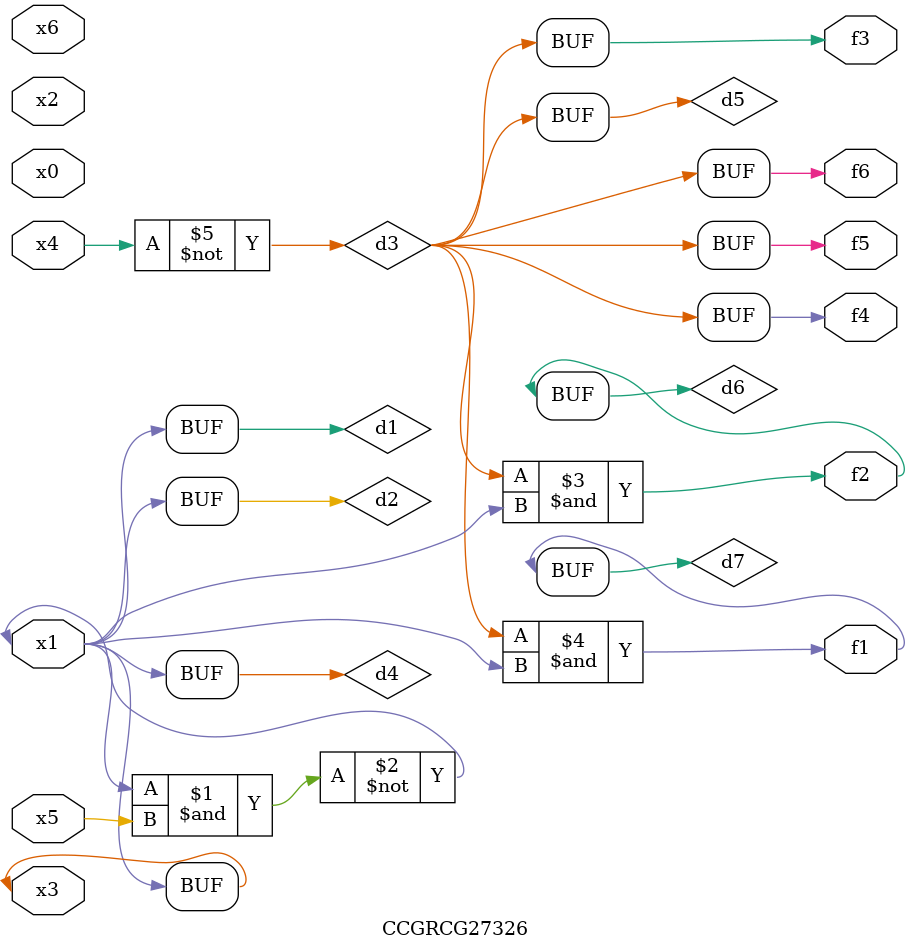
<source format=v>
module CCGRCG27326(
	input x0, x1, x2, x3, x4, x5, x6,
	output f1, f2, f3, f4, f5, f6
);

	wire d1, d2, d3, d4, d5, d6, d7;

	buf (d1, x1, x3);
	nand (d2, x1, x5);
	not (d3, x4);
	buf (d4, d1, d2);
	buf (d5, d3);
	and (d6, d3, d4);
	and (d7, d3, d4);
	assign f1 = d7;
	assign f2 = d6;
	assign f3 = d5;
	assign f4 = d5;
	assign f5 = d5;
	assign f6 = d5;
endmodule

</source>
